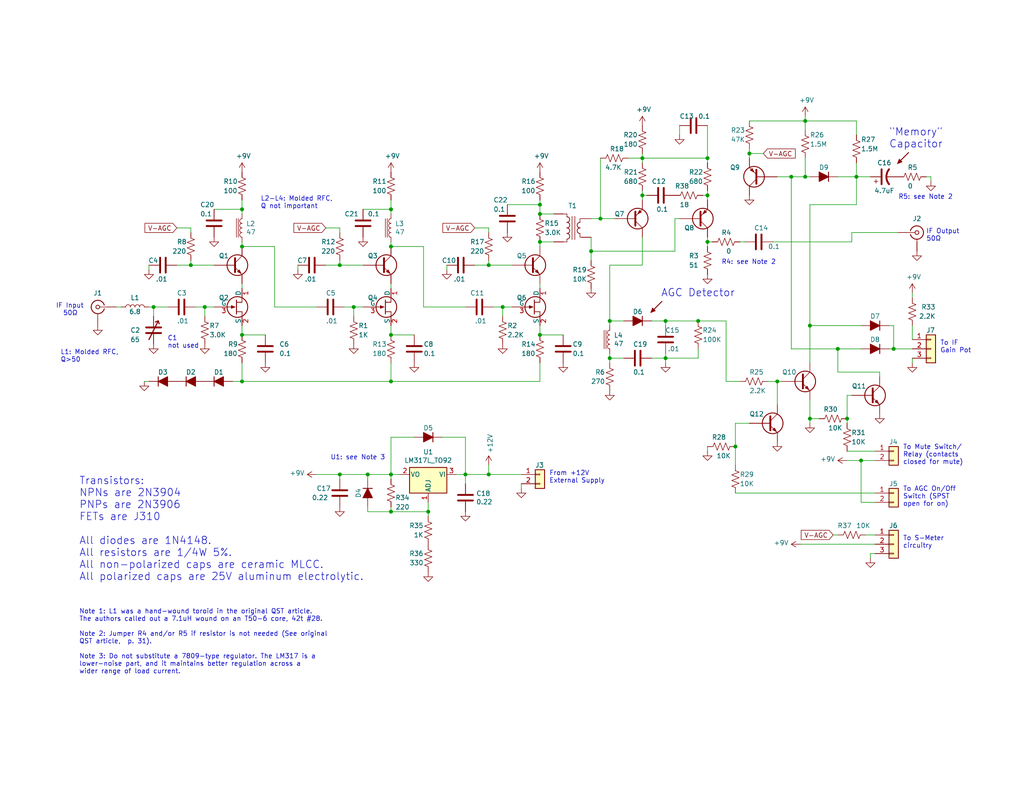
<source format=kicad_sch>
(kicad_sch (version 20211123) (generator eeschema)
  (paper "A")
  (title_block (title "W7ZOI Hybrid Cascode AGC IF Amplifier") (date "2021-08-15") (rev "A"))
  (junction (at 66.04 91.44))
  (junction (at 220.98 88.9))
  (junction (at 219.71 33.02))
  (junction (at 215.9 48.26))
  (junction (at 193.04 66.04))
  (junction (at 92.71 129.54))
  (junction (at 193.04 53.34))
  (junction (at 243.84 95.25))
  (junction (at 166.37 87.63))
  (junction (at 228.6 95.25))
  (junction (at 147.32 55.88))
  (junction (at 175.26 53.34))
  (junction (at 100.33 129.54))
  (junction (at 193.04 43.18))
  (junction (at 106.68 57.15))
  (junction (at 133.35 129.54))
  (junction (at 41.91 83.82))
  (junction (at 147.32 91.44))
  (junction (at 175.26 43.18))
  (junction (at 166.37 97.79))
  (junction (at 234.95 125.73))
  (junction (at 181.61 97.79))
  (junction (at 212.09 104.14))
  (junction (at 200.66 121.92))
  (junction (at 219.71 48.26))
  (junction (at 116.84 139.7))
  (junction (at 233.68 48.26))
  (junction (at 190.5 87.63))
  (junction (at 106.68 139.7))
  (junction (at 106.68 129.54))
  (junction (at 92.71 72.39))
  (junction (at 147.32 66.04))
  (junction (at 66.04 67.31))
  (junction (at 106.68 91.44))
  (junction (at 220.98 114.3))
  (junction (at 66.04 104.14))
  (junction (at 137.16 83.82))
  (junction (at 204.47 41.91))
  (junction (at 55.88 83.82))
  (junction (at 52.07 72.39))
  (junction (at 147.32 58.42))
  (junction (at 133.35 72.39))
  (junction (at 231.14 114.3))
  (junction (at 127 129.54))
  (junction (at 106.68 67.31))
  (junction (at 66.04 57.15))
  (junction (at 96.52 83.82))
  (junction (at 181.61 87.63))
  (junction (at 106.68 104.14))
  (junction (at 161.29 68.58))
  (junction (at 163.83 59.69))
  (wire (pts (xy 147.32 99.06) (xy 147.32 104.14)))
  (wire (pts (xy 234.95 137.16) (xy 234.95 125.73)))
  (wire (pts (xy 238.76 148.59) (xy 218.44 148.59)))
  (wire (pts (xy 238.76 123.19) (xy 231.14 123.19)))
  (wire (pts (xy 106.68 88.9) (xy 106.68 91.44)))
  (wire (pts (xy 163.83 59.69) (xy 161.29 59.69)))
  (wire (pts (xy 66.04 88.9) (xy 66.04 91.44)))
  (wire (pts (xy 74.93 83.82) (xy 86.36 83.82)))
  (wire (pts (xy 233.68 44.45) (xy 233.68 48.26)))
  (wire (pts (xy 238.76 146.05) (xy 236.22 146.05)))
  (wire (pts (xy 55.88 86.36) (xy 55.88 83.82)))
  (wire (pts (xy 92.71 63.5) (xy 92.71 62.23)))
  (wire (pts (xy 193.04 66.04) (xy 193.04 67.31)))
  (wire (pts (xy 99.06 72.39) (xy 92.71 72.39)))
  (wire (pts (xy 106.68 67.31) (xy 115.57 67.31)))
  (wire (pts (xy 139.7 72.39) (xy 133.35 72.39)))
  (wire (pts (xy 219.71 48.26) (xy 220.98 48.26)))
  (wire (pts (xy 215.9 48.26) (xy 219.71 48.26)))
  (wire (pts (xy 100.33 130.81) (xy 100.33 129.54)))
  (wire (pts (xy 203.2 66.04) (xy 201.93 66.04)))
  (wire (pts (xy 248.92 80.01) (xy 248.92 81.28)))
  (wire (pts (xy 243.84 95.25) (xy 248.92 95.25)))
  (wire (pts (xy 175.26 43.18) (xy 193.04 43.18)))
  (wire (pts (xy 167.64 59.69) (xy 163.83 59.69)))
  (wire (pts (xy 74.93 67.31) (xy 74.93 83.82)))
  (wire (pts (xy 193.04 121.92) (xy 193.04 123.19)))
  (wire (pts (xy 220.98 55.88) (xy 220.98 88.9)))
  (wire (pts (xy 40.64 72.39) (xy 40.64 73.66)))
  (wire (pts (xy 231.14 114.3) (xy 231.14 115.57)))
  (wire (pts (xy 184.15 59.69) (xy 184.15 68.58)))
  (wire (pts (xy 92.71 129.54) (xy 92.71 130.81)))
  (wire (pts (xy 134.62 83.82) (xy 137.16 83.82)))
  (wire (pts (xy 248.92 97.79) (xy 248.92 99.06)))
  (wire (pts (xy 219.71 33.02) (xy 219.71 31.75)))
  (wire (pts (xy 166.37 96.52) (xy 166.37 97.79)))
  (wire (pts (xy 170.18 87.63) (xy 166.37 87.63)))
  (wire (pts (xy 137.16 86.36) (xy 137.16 83.82)))
  (wire (pts (xy 106.68 77.47) (xy 106.68 78.74)))
  (wire (pts (xy 93.98 83.82) (xy 96.52 83.82)))
  (wire (pts (xy 185.42 59.69) (xy 184.15 59.69)))
  (wire (pts (xy 181.61 97.79) (xy 181.61 99.06)))
  (wire (pts (xy 194.31 66.04) (xy 193.04 66.04)))
  (wire (pts (xy 220.98 109.22) (xy 220.98 114.3)))
  (wire (pts (xy 228.6 48.26) (xy 233.68 48.26)))
  (wire (pts (xy 142.24 132.08) (xy 142.24 133.35)))
  (wire (pts (xy 127 129.54) (xy 133.35 129.54)))
  (wire (pts (xy 92.71 71.12) (xy 92.71 72.39)))
  (wire (pts (xy 151.13 66.04) (xy 147.32 66.04)))
  (wire (pts (xy 166.37 72.39) (xy 166.37 87.63)))
  (wire (pts (xy 210.82 66.04) (xy 232.41 66.04)))
  (wire (pts (xy 41.91 86.36) (xy 41.91 83.82)))
  (wire (pts (xy 220.98 55.88) (xy 233.68 55.88)))
  (wire (pts (xy 115.57 83.82) (xy 127 83.82)))
  (wire (pts (xy 147.32 55.88) (xy 147.32 58.42)))
  (wire (pts (xy 66.04 54.61) (xy 66.04 57.15)))
  (wire (pts (xy 124.46 129.54) (xy 127 129.54)))
  (wire (pts (xy 238.76 137.16) (xy 234.95 137.16)))
  (wire (pts (xy 219.71 35.56) (xy 219.71 33.02)))
  (wire (pts (xy 147.32 88.9) (xy 147.32 91.44)))
  (wire (pts (xy 127 129.54) (xy 127 132.08)))
  (wire (pts (xy 116.84 139.7) (xy 116.84 140.97)))
  (wire (pts (xy 147.32 66.04) (xy 147.32 67.31)))
  (wire (pts (xy 193.04 44.45) (xy 193.04 43.18)))
  (wire (pts (xy 66.04 77.47) (xy 66.04 78.74)))
  (wire (pts (xy 106.68 119.38) (xy 106.68 129.54)))
  (wire (pts (xy 248.92 88.9) (xy 248.92 92.71)))
  (wire (pts (xy 40.64 104.14) (xy 39.37 104.14)))
  (wire (pts (xy 96.52 86.36) (xy 96.52 83.82)))
  (wire (pts (xy 58.42 72.39) (xy 52.07 72.39)))
  (wire (pts (xy 92.71 129.54) (xy 86.36 129.54)))
  (wire (pts (xy 191.77 53.34) (xy 193.04 53.34)))
  (wire (pts (xy 161.29 64.77) (xy 161.29 68.58)))
  (wire (pts (xy 52.07 72.39) (xy 48.26 72.39)))
  (wire (pts (xy 106.68 104.14) (xy 66.04 104.14)))
  (wire (pts (xy 66.04 57.15) (xy 66.04 58.42)))
  (wire (pts (xy 96.52 83.82) (xy 99.06 83.82)))
  (wire (pts (xy 208.28 41.91) (xy 204.47 41.91)))
  (wire (pts (xy 193.04 52.07) (xy 193.04 53.34)))
  (wire (pts (xy 238.76 134.62) (xy 200.66 134.62)))
  (wire (pts (xy 252.73 48.26) (xy 254 48.26)))
  (wire (pts (xy 215.9 95.25) (xy 228.6 95.25)))
  (wire (pts (xy 106.68 130.81) (xy 106.68 129.54)))
  (wire (pts (xy 66.04 104.14) (xy 63.5 104.14)))
  (wire (pts (xy 190.5 87.63) (xy 198.12 87.63)))
  (wire (pts (xy 100.33 129.54) (xy 92.71 129.54)))
  (wire (pts (xy 181.61 88.9) (xy 181.61 87.63)))
  (wire (pts (xy 113.03 119.38) (xy 106.68 119.38)))
  (wire (pts (xy 171.45 43.18) (xy 175.26 43.18)))
  (wire (pts (xy 212.09 110.49) (xy 212.09 104.14)))
  (wire (pts (xy 233.68 48.26) (xy 233.68 55.88)))
  (wire (pts (xy 106.68 99.06) (xy 106.68 104.14)))
  (wire (pts (xy 52.07 71.12) (xy 52.07 72.39)))
  (wire (pts (xy 232.41 66.04) (xy 232.41 63.5)))
  (wire (pts (xy 147.32 104.14) (xy 106.68 104.14)))
  (wire (pts (xy 175.26 64.77) (xy 175.26 72.39)))
  (wire (pts (xy 166.37 97.79) (xy 166.37 99.06)))
  (wire (pts (xy 243.84 95.25) (xy 242.57 95.25)))
  (wire (pts (xy 106.68 57.15) (xy 106.68 58.42)))
  (wire (pts (xy 204.47 40.64) (xy 204.47 41.91)))
  (wire (pts (xy 92.71 72.39) (xy 88.9 72.39)))
  (wire (pts (xy 133.35 129.54) (xy 133.35 127)))
  (wire (pts (xy 52.07 63.5) (xy 52.07 62.23)))
  (wire (pts (xy 106.68 139.7) (xy 100.33 139.7)))
  (wire (pts (xy 220.98 114.3) (xy 220.98 115.57)))
  (wire (pts (xy 233.68 48.26) (xy 237.49 48.26)))
  (wire (pts (xy 147.32 54.61) (xy 147.32 55.88)))
  (wire (pts (xy 175.26 52.07) (xy 175.26 53.34)))
  (wire (pts (xy 238.76 125.73) (xy 234.95 125.73)))
  (wire (pts (xy 72.39 91.44) (xy 66.04 91.44)))
  (wire (pts (xy 176.53 53.34) (xy 175.26 53.34)))
  (wire (pts (xy 228.6 95.25) (xy 234.95 95.25)))
  (wire (pts (xy 175.26 53.34) (xy 175.26 54.61)))
  (wire (pts (xy 41.91 83.82) (xy 40.64 83.82)))
  (wire (pts (xy 190.5 97.79) (xy 181.61 97.79)))
  (wire (pts (xy 133.35 72.39) (xy 129.54 72.39)))
  (wire (pts (xy 109.22 129.54) (xy 106.68 129.54)))
  (wire (pts (xy 233.68 36.83) (xy 233.68 33.02)))
  (wire (pts (xy 133.35 63.5) (xy 133.35 62.23)))
  (wire (pts (xy 231.14 107.95) (xy 231.14 114.3)))
  (wire (pts (xy 33.02 83.82) (xy 31.75 83.82)))
  (wire (pts (xy 215.9 48.26) (xy 215.9 95.25)))
  (wire (pts (xy 163.83 43.18) (xy 163.83 59.69)))
  (wire (pts (xy 181.61 87.63) (xy 190.5 87.63)))
  (wire (pts (xy 237.49 151.13) (xy 237.49 152.4)))
  (wire (pts (xy 133.35 129.54) (xy 142.24 129.54)))
  (wire (pts (xy 58.42 57.15) (xy 66.04 57.15)))
  (wire (pts (xy 232.41 63.5) (xy 245.11 63.5)))
  (wire (pts (xy 52.07 62.23) (xy 48.26 62.23)))
  (wire (pts (xy 106.68 138.43) (xy 106.68 139.7)))
  (wire (pts (xy 138.43 55.88) (xy 147.32 55.88)))
  (wire (pts (xy 127 119.38) (xy 127 129.54)))
  (wire (pts (xy 133.35 62.23) (xy 129.54 62.23)))
  (wire (pts (xy 204.47 41.91) (xy 204.47 43.18)))
  (wire (pts (xy 153.67 91.44) (xy 147.32 91.44)))
  (wire (pts (xy 220.98 88.9) (xy 220.98 99.06)))
  (wire (pts (xy 116.84 139.7) (xy 106.68 139.7)))
  (wire (pts (xy 151.13 58.42) (xy 147.32 58.42)))
  (wire (pts (xy 175.26 41.91) (xy 175.26 43.18)))
  (wire (pts (xy 106.68 66.04) (xy 106.68 67.31)))
  (wire (pts (xy 99.06 57.15) (xy 106.68 57.15)))
  (wire (pts (xy 55.88 83.82) (xy 58.42 83.82)))
  (wire (pts (xy 243.84 95.25) (xy 243.84 88.9)))
  (wire (pts (xy 113.03 91.44) (xy 106.68 91.44)))
  (wire (pts (xy 200.66 121.92) (xy 200.66 127)))
  (wire (pts (xy 106.68 129.54) (xy 100.33 129.54)))
  (wire (pts (xy 147.32 77.47) (xy 147.32 78.74)))
  (wire (pts (xy 66.04 67.31) (xy 74.93 67.31)))
  (wire (pts (xy 219.71 33.02) (xy 204.47 33.02)))
  (wire (pts (xy 166.37 72.39) (xy 175.26 72.39)))
  (wire (pts (xy 66.04 66.04) (xy 66.04 67.31)))
  (wire (pts (xy 53.34 83.82) (xy 55.88 83.82)))
  (wire (pts (xy 204.47 115.57) (xy 200.66 115.57)))
  (wire (pts (xy 133.35 71.12) (xy 133.35 72.39)))
  (wire (pts (xy 219.71 43.18) (xy 219.71 48.26)))
  (wire (pts (xy 166.37 87.63) (xy 166.37 88.9)))
  (wire (pts (xy 234.95 125.73) (xy 231.14 125.73)))
  (wire (pts (xy 198.12 87.63) (xy 198.12 104.14)))
  (wire (pts (xy 161.29 68.58) (xy 161.29 71.12)))
  (wire (pts (xy 115.57 67.31) (xy 115.57 83.82)))
  (wire (pts (xy 238.76 151.13) (xy 237.49 151.13)))
  (wire (pts (xy 170.18 97.79) (xy 166.37 97.79)))
  (wire (pts (xy 198.12 104.14) (xy 201.93 104.14)))
  (wire (pts (xy 184.15 68.58) (xy 161.29 68.58)))
  (wire (pts (xy 116.84 137.16) (xy 116.84 139.7)))
  (wire (pts (xy 212.09 48.26) (xy 215.9 48.26)))
  (wire (pts (xy 190.5 95.25) (xy 190.5 97.79)))
  (wire (pts (xy 212.09 104.14) (xy 213.36 104.14)))
  (wire (pts (xy 232.41 107.95) (xy 231.14 107.95)))
  (wire (pts (xy 92.71 62.23) (xy 88.9 62.23)))
  (wire (pts (xy 185.42 34.29) (xy 185.42 36.83)))
  (wire (pts (xy 193.04 53.34) (xy 193.04 54.61)))
  (wire (pts (xy 223.52 114.3) (xy 220.98 114.3)))
  (wire (pts (xy 193.04 64.77) (xy 193.04 66.04)))
  (wire (pts (xy 193.04 43.18) (xy 193.04 34.29)))
  (wire (pts (xy 220.98 88.9) (xy 234.95 88.9)))
  (wire (pts (xy 45.72 83.82) (xy 41.91 83.82)))
  (wire (pts (xy 177.8 87.63) (xy 181.61 87.63)))
  (wire (pts (xy 240.03 102.87) (xy 240.03 101.6)))
  (wire (pts (xy 254 48.26) (xy 254 49.53)))
  (wire (pts (xy 66.04 104.14) (xy 66.04 99.06)))
  (wire (pts (xy 181.61 97.79) (xy 181.61 96.52)))
  (wire (pts (xy 177.8 97.79) (xy 181.61 97.79)))
  (wire (pts (xy 209.55 104.14) (xy 212.09 104.14)))
  (wire (pts (xy 243.84 88.9) (xy 242.57 88.9)))
  (wire (pts (xy 137.16 83.82) (xy 139.7 83.82)))
  (wire (pts (xy 228.6 146.05) (xy 227.33 146.05)))
  (wire (pts (xy 200.66 115.57) (xy 200.66 121.92)))
  (wire (pts (xy 106.68 54.61) (xy 106.68 57.15)))
  (wire (pts (xy 175.26 43.18) (xy 175.26 44.45)))
  (wire (pts (xy 81.28 72.39) (xy 81.28 73.66)))
  (wire (pts (xy 228.6 101.6) (xy 228.6 95.25)))
  (wire (pts (xy 121.92 72.39) (xy 121.92 73.66)))
  (wire (pts (xy 240.03 101.6) (xy 228.6 101.6)))
  (wire (pts (xy 100.33 139.7) (xy 100.33 138.43)))
  (wire (pts (xy 233.68 33.02) (xy 219.71 33.02)))
  (wire (pts (xy 120.65 119.38) (xy 127 119.38)))
  (text "U1: see Note 3" (at 90.17 125.73 0) (effects (font (size 1.27 1.27)) (justify left bottom)))
  (text "To Mute Switch/\nRelay (contacts\nclosed for mute)" (at 246.38 127 0) (effects (font (size 1.27 1.27)) (justify left bottom)))
  (text "R5: see Note 2" (at 245.11 54.61 0) (effects (font (size 1.27 1.27)) (justify left bottom)))
  (text "IF Output\n50Ω" (at 252.73 66.04 0) (effects (font (size 1.27 1.27)) (justify left bottom)))
  (text "IF Input\n  50Ω" (at 15.24 86.36 0) (effects (font (size 1.27 1.27)) (justify left bottom)))
  (text "Note 1: L1 was a hand-wound toroid in the original QST article.\nThe authors called out a 7.1uH wound on an T50-6 core, 42t #28.\n\nNote 2: Jumper R4 and/or R5 if resistor is not needed (See original\nQST article,  p. 31).\n\nNote 3: Do not substitute a 7809-type regulator. The LM317 is a\nlower-noise part, and it maintains better regulation across a\nwider range of load current." (at 21.59 184.15 0) (effects (font (size 1.27 1.27)) (justify left bottom)))
  (text "L2-L4: Molded RFC,\nQ not important" (at 71.12 57.15 0) (effects (font (size 1.27 1.27)) (justify left bottom)))
  (text "To AGC On/Off\nSwitch (SPST\nopen for on)" (at 246.38 138.43 0) (effects (font (size 1.27 1.27)) (justify left bottom)))
  (text "R4: see Note 2" (at 196.85 72.39 0) (effects (font (size 1.27 1.27)) (justify left bottom)))
  (text "C1\nnot used" (at 45.72 95.25 0) (effects (font (size 1.27 1.27)) (justify left bottom)))
  (text "\"Memory\"\nCapacitor" (at 242.57 40.64 0) (effects (font (size 2.032 2.032)) (justify left bottom)))
  (text "L1: Molded RFC,\nQ>50" (at 16.51 99.06 0) (effects (font (size 1.27 1.27)) (justify left bottom)))
  (text "Transistors: \nNPNs are 2N3904\nPNPs are 2N3906\nFETs are J310\n\nAll diodes are 1N4148.\nAll resistors are 1/4W 5%.\nAll non-polarized caps are ceramic MLCC.\nAll polarized caps are 25V aluminum electrolytic." (at 21.59 158.75 0) (effects (font (size 2.032 2.032)) (justify left bottom)))
  (text "To IF\nGain Pot" (at 256.54 96.52 0) (effects (font (size 1.27 1.27)) (justify left bottom)))
  (text "From +12V\nExternal Supply" (at 149.86 132.08 0) (effects (font (size 1.27 1.27)) (justify left bottom)))
  (text "To S-Meter\ncircuitry" (at 246.38 149.86 0) (effects (font (size 1.27 1.27)) (justify left bottom)))
  (text "AGC Detector" (at 180.34 81.28 0) (effects (font (size 2.032 2.032)) (justify left bottom)))
  (global_label "V-AGC" (shape input) (at 48.26 62.23 180) (property "Intersheet References" "${INTERSHEET_REFS}" (effects hide)))
  (global_label "V-AGC" (shape input) (at 208.28 41.91 0) (property "Intersheet References" "${INTERSHEET_REFS}" (effects hide)))
  (global_label "V-AGC" (shape input) (at 88.9 62.23 180) (property "Intersheet References" "${INTERSHEET_REFS}" (effects hide)))
  (global_label "V-AGC" (shape input) (at 129.54 62.23 180) (property "Intersheet References" "${INTERSHEET_REFS}" (effects hide)))
  (global_label "V-AGC" (shape input) (at 227.33 146.05 180) (property "Intersheet References" "${INTERSHEET_REFS}" (effects hide)))
  (symbol (lib_id "K7TFC_Connectors:Conn_01x03") (at 254 95.25 0) (unit 1)
    (property "Reference" "J7" (at 252.73 90.17 0) (effects (justify left)))
    (property "Value" "Conn_01x03" (effects hide))
    (property "Footprint" "Connector_PinHeader_2.54mm:PinHeader_1x03_P2.54mm_Vertical" (effects hide))
  )
  (symbol (lib_id "K7TFC_Transistors:2N3904") (at 63.5 72.39 0) (unit 1)
    (property "Reference" "Q1" (at 59.69 69.85 0) (effects (justify left)))
    (property "Value" "2N3904" (effects hide))
    (property "Footprint" "Package_TO_SOT_THT:TO-92_Inline" (effects hide))
    (property "Datasheet" "https://www.fairchildsemi.com/datasheets/2N/2N3904.pdf" (effects hide))
  )
  (symbol (lib_id "K7TFC_Transistors:J310") (at 63.5 83.82 0) (unit 1)
    (property "Reference" "Q2" (at 59.69 81.28 0) (effects (justify left)))
    (property "Value" "J310" (effects hide))
    (property "Footprint" "K7TFC_Transistors:SOT-23" (effects hide))
  )
  (symbol (lib_id "K7TFC_Passives:C_std") (at 44.45 72.39 90) (unit 1)
    (property "Reference" "C4" (at 43.18 71.12 90) (effects (justify left)))
    (property "Value" ".01" (at 45.72 76.2 90) (effects (justify left)))
    (property "Footprint" "K7TFC_Passives:Ceramic_Disk_Capacitor_P5.00mm" (effects hide))
  )
  (symbol (lib_id "power:GND") (at 40.64 73.66 0) (unit 1)
    (property "Reference" "#PWR0101" (effects hide))
    (property "Value" "GND" (effects hide))
  )
  (symbol (lib_id "K7TFC_Passives:R_US") (at 52.07 67.31 0) (unit 1)
    (property "Reference" "R8" (at 48.26 66.04 0) (effects (justify left)))
    (property "Value" "220" (at 46.99 68.58 0) (effects (justify left)))
    (property "Footprint" "K7TFC_Passives:Resistor_Quarter_Watt_P10.16mm_Horizontal" (effects hide))
  )
  (symbol (lib_id "K7TFC_Passives:R_US") (at 66.04 95.25 0) (unit 1)
    (property "Reference" "R9" (at 62.23 93.98 0) (effects (justify left)))
    (property "Value" "180" (at 60.96 96.52 0) (effects (justify left)))
    (property "Footprint" "K7TFC_Passives:Resistor_Quarter_Watt_P10.16mm_Horizontal" (effects hide))
  )
  (symbol (lib_id "K7TFC_Passives:C_std") (at 72.39 95.25 0) (unit 1)
    (property "Reference" "C6" (at 76.2 93.98 0) (effects (justify left)))
    (property "Value" "0.1" (at 76.2 96.52 0) (effects (justify left)))
    (property "Footprint" "K7TFC_Passives:Ceramic_Disk_Capacitor_P5.00mm" (effects hide))
  )
  (symbol (lib_id "K7TFC_Passives:L") (at 66.04 62.23 0) (mirror y) (unit 1)
    (property "Reference" "L2" (at 67.1576 61.0616 0) (effects (justify right)))
    (property "Value" "47" (at 67.1576 63.373 0) (effects (justify right)))
    (property "Footprint" "Inductor_THT:L_Axial_L7.0mm_D3.3mm_P10.16mm_Horizontal_Fastron_MICC" (effects hide))
  )
  (symbol (lib_id "K7TFC_Passives:C_std") (at 58.42 60.96 0) (unit 1)
    (property "Reference" "C20" (at 54.61 55.88 0) (effects (justify left)))
    (property "Value" "0.1" (at 54.61 58.42 0) (effects (justify left)))
    (property "Footprint" "K7TFC_Passives:Ceramic_Disk_Capacitor_P5.00mm" (effects hide))
  )
  (symbol (lib_id "K7TFC_Passives:R_US") (at 66.04 50.8 0) (unit 1)
    (property "Reference" "R10" (at 60.96 49.53 0) (effects (justify left)))
    (property "Value" "100" (at 60.96 52.07 0) (effects (justify left)))
    (property "Footprint" "K7TFC_Passives:Resistor_Quarter_Watt_P10.16mm_Horizontal" (effects hide))
  )
  (symbol (lib_id "power:+9V") (at 66.04 46.99 0) (unit 1)
    (property "Reference" "#PWR0102" (effects hide))
    (property "Value" "+9V" (at 66.421 42.5958 0))
  )
  (symbol (lib_id "power:GND") (at 72.39 99.06 0) (unit 1)
    (property "Reference" "#PWR0103" (effects hide))
    (property "Value" "GND" (effects hide))
  )
  (symbol (lib_id "K7TFC_Passives:R_US") (at 55.88 90.17 0) (unit 1)
    (property "Reference" "R7" (at 57.15 88.9 0) (effects (justify left)))
    (property "Value" "3.0K" (at 57.15 91.44 0) (effects (justify left)))
    (property "Footprint" "K7TFC_Passives:Resistor_Quarter_Watt_P10.16mm_Horizontal" (effects hide))
  )
  (symbol (lib_id "power:GND") (at 55.88 93.98 0) (unit 1)
    (property "Reference" "#PWR0104" (effects hide))
    (property "Value" "GND" (effects hide))
  )
  (symbol (lib_id "K7TFC_Passives:C_std") (at 49.53 83.82 270) (unit 1)
    (property "Reference" "C3" (at 48.26 80.01 90) (effects (justify left)))
    (property "Value" ".01" (at 48.26 87.63 90) (effects (justify left)))
    (property "Footprint" "K7TFC_Passives:Ceramic_Disk_Capacitor_P5.00mm" (effects hide))
  )
  (symbol (lib_id "K7TFC_Transistors:2N3904") (at 104.14 72.39 0) (unit 1)
    (property "Reference" "Q3" (at 100.33 69.85 0) (effects (justify left)))
    (property "Value" "2N3904" (effects hide))
    (property "Footprint" "Package_TO_SOT_THT:TO-92_Inline" (effects hide))
    (property "Datasheet" "https://www.fairchildsemi.com/datasheets/2N/2N3904.pdf" (effects hide))
  )
  (symbol (lib_id "K7TFC_Transistors:J310") (at 104.14 83.82 0) (unit 1)
    (property "Reference" "Q4" (at 100.33 81.28 0) (effects (justify left)))
    (property "Value" "J310" (effects hide))
    (property "Footprint" "K7TFC_Transistors:SOT-23" (effects hide))
  )
  (symbol (lib_id "K7TFC_Passives:C_std") (at 85.09 72.39 90) (unit 1)
    (property "Reference" "C7" (at 83.82 71.12 90) (effects (justify left)))
    (property "Value" ".01" (at 86.36 76.2 90) (effects (justify left)))
    (property "Footprint" "K7TFC_Passives:Ceramic_Disk_Capacitor_P5.00mm" (effects hide))
  )
  (symbol (lib_id "power:GND") (at 81.28 73.66 0) (unit 1)
    (property "Reference" "#PWR0105" (effects hide))
    (property "Value" "GND" (effects hide))
  )
  (symbol (lib_id "K7TFC_Passives:R_US") (at 92.71 67.31 0) (unit 1)
    (property "Reference" "R12" (at 87.63 66.04 0) (effects (justify left)))
    (property "Value" "220" (at 87.63 68.58 0) (effects (justify left)))
    (property "Footprint" "K7TFC_Passives:Resistor_Quarter_Watt_P10.16mm_Horizontal" (effects hide))
  )
  (symbol (lib_id "K7TFC_Passives:R_US") (at 106.68 95.25 0) (unit 1)
    (property "Reference" "R13" (at 101.6 93.98 0) (effects (justify left)))
    (property "Value" "180" (at 101.6 96.52 0) (effects (justify left)))
    (property "Footprint" "K7TFC_Passives:Resistor_Quarter_Watt_P10.16mm_Horizontal" (effects hide))
  )
  (symbol (lib_id "K7TFC_Passives:C_std") (at 113.03 95.25 0) (unit 1)
    (property "Reference" "C8" (at 115.57 93.98 0) (effects (justify left)))
    (property "Value" "0.1" (at 115.57 96.52 0) (effects (justify left)))
    (property "Footprint" "K7TFC_Passives:Ceramic_Disk_Capacitor_P5.00mm" (effects hide))
  )
  (symbol (lib_id "K7TFC_Passives:L") (at 106.68 62.23 0) (mirror y) (unit 1)
    (property "Reference" "L3" (at 107.7976 61.0616 0) (effects (justify right)))
    (property "Value" "47" (at 107.7976 63.373 0) (effects (justify right)))
    (property "Footprint" "Inductor_THT:L_Axial_L7.0mm_D3.3mm_P10.16mm_Horizontal_Fastron_MICC" (effects hide))
  )
  (symbol (lib_id "K7TFC_Passives:C_std") (at 99.06 60.96 0) (unit 1)
    (property "Reference" "C21" (at 93.98 58.42 0) (effects (justify left)))
    (property "Value" "0.1" (at 100.33 58.42 0) (effects (justify left)))
    (property "Footprint" "K7TFC_Passives:Ceramic_Disk_Capacitor_P5.00mm" (effects hide))
  )
  (symbol (lib_id "K7TFC_Passives:R_US") (at 106.68 50.8 0) (unit 1)
    (property "Reference" "R11" (at 101.6 49.53 0) (effects (justify left)))
    (property "Value" "100" (at 101.6 52.07 0) (effects (justify left)))
    (property "Footprint" "K7TFC_Passives:Resistor_Quarter_Watt_P10.16mm_Horizontal" (effects hide))
  )
  (symbol (lib_id "power:+9V") (at 106.68 46.99 0) (unit 1)
    (property "Reference" "#PWR0106" (effects hide))
    (property "Value" "+9V" (at 107.061 42.5958 0))
  )
  (symbol (lib_id "power:GND") (at 113.03 99.06 0) (unit 1)
    (property "Reference" "#PWR0107" (effects hide))
    (property "Value" "GND" (effects hide))
  )
  (symbol (lib_id "K7TFC_Passives:R_US") (at 96.52 90.17 0) (unit 1)
    (property "Reference" "R1" (at 97.79 88.9 0) (effects (justify left)))
    (property "Value" "1K" (at 97.79 91.44 0) (effects (justify left)))
    (property "Footprint" "K7TFC_Passives:Resistor_Quarter_Watt_P10.16mm_Horizontal" (effects hide))
  )
  (symbol (lib_id "power:GND") (at 96.52 93.98 0) (unit 1)
    (property "Reference" "#PWR0108" (effects hide))
    (property "Value" "GND" (effects hide))
  )
  (symbol (lib_id "K7TFC_Passives:C_std") (at 90.17 83.82 270) (unit 1)
    (property "Reference" "C5" (at 88.9 80.01 90) (effects (justify left)))
    (property "Value" ".01" (at 88.9 87.63 90) (effects (justify left)))
    (property "Footprint" "K7TFC_Passives:Ceramic_Disk_Capacitor_P5.00mm" (effects hide))
  )
  (symbol (lib_id "K7TFC_Transistors:2N3904") (at 144.78 72.39 0) (unit 1)
    (property "Reference" "Q5" (at 140.97 69.85 0) (effects (justify left)))
    (property "Value" "2N3904" (effects hide))
    (property "Footprint" "Package_TO_SOT_THT:TO-92_Inline" (effects hide))
    (property "Datasheet" "https://www.fairchildsemi.com/datasheets/2N/2N3904.pdf" (effects hide))
  )
  (symbol (lib_id "K7TFC_Transistors:J310") (at 144.78 83.82 0) (unit 1)
    (property "Reference" "Q6" (at 140.97 81.28 0) (effects (justify left)))
    (property "Value" "J310" (effects hide))
    (property "Footprint" "K7TFC_Transistors:SOT-23" (effects hide))
  )
  (symbol (lib_id "K7TFC_Passives:C_std") (at 125.73 72.39 90) (unit 1)
    (property "Reference" "C10" (at 124.46 71.12 90) (effects (justify left)))
    (property "Value" ".01" (at 127 76.2 90) (effects (justify left)))
    (property "Footprint" "K7TFC_Passives:Ceramic_Disk_Capacitor_P5.00mm" (effects hide))
  )
  (symbol (lib_id "power:GND") (at 121.92 73.66 0) (unit 1)
    (property "Reference" "#PWR0109" (effects hide))
    (property "Value" "GND" (effects hide))
  )
  (symbol (lib_id "K7TFC_Passives:R_US") (at 133.35 67.31 0) (unit 1)
    (property "Reference" "R17" (at 128.27 66.04 0) (effects (justify left)))
    (property "Value" "220" (at 128.27 68.58 0) (effects (justify left)))
    (property "Footprint" "K7TFC_Passives:Resistor_Quarter_Watt_P10.16mm_Horizontal" (effects hide))
  )
  (symbol (lib_id "K7TFC_Passives:R_US") (at 147.32 95.25 0) (unit 1)
    (property "Reference" "R14" (at 142.24 93.98 0) (effects (justify left)))
    (property "Value" "180" (at 142.24 96.52 0) (effects (justify left)))
    (property "Footprint" "K7TFC_Passives:Resistor_Quarter_Watt_P10.16mm_Horizontal" (effects hide))
  )
  (symbol (lib_id "K7TFC_Passives:C_std") (at 153.67 95.25 0) (unit 1)
    (property "Reference" "C9" (at 156.21 93.98 0) (effects (justify left)))
    (property "Value" "0.1" (at 156.21 96.52 0) (effects (justify left)))
    (property "Footprint" "K7TFC_Passives:Ceramic_Disk_Capacitor_P5.00mm" (effects hide))
  )
  (symbol (lib_id "K7TFC_Passives:C_std") (at 138.43 59.69 0) (unit 1)
    (property "Reference" "C22" (at 134.62 54.61 0) (effects (justify left)))
    (property "Value" "0.1" (at 134.62 57.15 0) (effects (justify left)))
    (property "Footprint" "K7TFC_Passives:Ceramic_Disk_Capacitor_P5.00mm" (effects hide))
  )
  (symbol (lib_id "K7TFC_Passives:R_US") (at 147.32 50.8 0) (unit 1)
    (property "Reference" "R16" (at 142.24 49.53 0) (effects (justify left)))
    (property "Value" "100" (at 142.24 52.07 0) (effects (justify left)))
    (property "Footprint" "K7TFC_Passives:Resistor_Quarter_Watt_P10.16mm_Horizontal" (effects hide))
  )
  (symbol (lib_id "power:+9V") (at 147.32 46.99 0) (unit 1)
    (property "Reference" "#PWR0110" (effects hide))
    (property "Value" "+9V" (at 147.701 42.5958 0))
  )
  (symbol (lib_id "power:GND") (at 153.67 99.06 0) (unit 1)
    (property "Reference" "#PWR0111" (effects hide))
    (property "Value" "GND" (effects hide))
  )
  (symbol (lib_id "K7TFC_Passives:R_US") (at 137.16 90.17 0) (unit 1)
    (property "Reference" "R2" (at 138.43 88.9 0) (effects (justify left)))
    (property "Value" "2.2K" (at 138.43 91.44 0) (effects (justify left)))
    (property "Footprint" "K7TFC_Passives:Resistor_Quarter_Watt_P10.16mm_Horizontal" (effects hide))
  )
  (symbol (lib_id "power:GND") (at 137.16 93.98 0) (unit 1)
    (property "Reference" "#PWR0112" (effects hide))
    (property "Value" "GND" (effects hide))
  )
  (symbol (lib_id "K7TFC_Passives:C_std") (at 130.81 83.82 270) (unit 1)
    (property "Reference" "C11" (at 128.27 80.01 90) (effects (justify left)))
    (property "Value" ".01" (at 129.54 87.63 90) (effects (justify left)))
    (property "Footprint" "K7TFC_Passives:Ceramic_Disk_Capacitor_P5.00mm" (effects hide))
  )
  (symbol (lib_id "K7TFC_Transformers:Transformer_RF_Small_Secondary") (at 156.21 62.23 0) (unit 1)
    (property "Reference" "T1" (at 156.21 56.1594 0))
    (property "Value" "Transformer_RF_Small_Secondary" (effects hide))
    (property "Footprint" "K7TFC_Toroids:Toroid_Transformer_SM_Link_Secondary" (effects hide))
  )
  (symbol (lib_id "power:GND") (at 58.42 64.77 0) (unit 1)
    (property "Reference" "#PWR0113" (effects hide))
    (property "Value" "GND" (effects hide))
  )
  (symbol (lib_id "power:GND") (at 99.06 64.77 0) (unit 1)
    (property "Reference" "#PWR0114" (effects hide))
    (property "Value" "GND" (effects hide))
  )
  (symbol (lib_id "power:GND") (at 138.43 63.5 0) (unit 1)
    (property "Reference" "#PWR0115" (effects hide))
    (property "Value" "GND" (effects hide))
  )
  (symbol (lib_id "K7TFC_Passives:R_US") (at 147.32 62.23 0) (unit 1)
    (property "Reference" "R15" (at 148.59 60.96 0) (effects (justify left)))
    (property "Value" "3.0K" (at 148.59 63.5 0) (effects (justify left)))
    (property "Footprint" "K7TFC_Passives:Resistor_Quarter_Watt_P10.16mm_Horizontal" (effects hide))
  )
  (symbol (lib_id "Device:L") (at 36.83 83.82 90) (unit 1)
    (property "Reference" "L1" (at 36.83 81.28 90))
    (property "Value" "6.8" (at 36.83 85.09 90))
    (property "Footprint" "Inductor_THT:L_Axial_L7.0mm_D3.3mm_P10.16mm_Horizontal_Fastron_MICC" (effects hide))
  )
  (symbol (lib_id "K7TFC_Connectors:Phono_Jack_RCA") (at 26.67 83.82 0) (mirror y) (unit 1)
    (property "Reference" "J1" (at 26.67 80.01 0))
    (property "Value" "SMA_Jack" (effects hide))
    (property "Footprint" "K7TFC:SMA_EdgeMount_0.062_Samtec" (effects hide))
    (property "Datasheet" " ~" (effects hide))
  )
  (symbol (lib_id "power:GND") (at 26.67 88.9 0) (unit 1)
    (property "Reference" "#PWR0116" (effects hide))
    (property "Value" "GND" (effects hide))
  )
  (symbol (lib_id "K7TFC_Passives:C_Variable") (at 41.91 90.17 0) (unit 1)
    (property "Reference" "C2" (at 35.56 90.17 0) (effects (justify left)))
    (property "Value" "65" (at 35.56 92.71 0) (effects (justify left)))
    (property "Footprint" "K7TFC_Passives:Capacitor_Trimmer_Ceramic_GKGxx015_Series" (effects hide))
  )
  (symbol (lib_id "power:GND") (at 41.91 93.98 0) (unit 1)
    (property "Reference" "#PWR0117" (effects hide))
    (property "Value" "GND" (effects hide))
  )
  (symbol (lib_id "K7TFC_Diodes:D") (at 59.69 104.14 0) (mirror x) (unit 1)
    (property "Reference" "D1" (at 59.69 101.6 0))
    (property "Value" "D" (effects hide))
    (property "Footprint" "Diode_THT:D_DO-35_SOD27_P10.16mm_Horizontal" (effects hide))
  )
  (symbol (lib_id "K7TFC_Diodes:D") (at 52.07 104.14 0) (mirror x) (unit 1)
    (property "Reference" "D2" (at 52.07 101.6 0))
    (property "Value" "D" (effects hide))
    (property "Footprint" "Diode_THT:D_DO-35_SOD27_P10.16mm_Horizontal" (effects hide))
  )
  (symbol (lib_id "K7TFC_Diodes:D") (at 44.45 104.14 0) (mirror x) (unit 1)
    (property "Reference" "D3" (at 44.45 101.6 0))
    (property "Value" "D" (effects hide))
    (property "Footprint" "Diode_THT:D_DO-35_SOD27_P10.16mm_Horizontal" (effects hide))
  )
  (symbol (lib_id "power:GND") (at 39.37 104.14 0) (mirror y) (unit 1)
    (property "Reference" "#PWR0118" (effects hide))
    (property "Value" "GND" (effects hide))
  )
  (symbol (lib_id "K7TFC_Transistors:2N3906") (at 172.72 59.69 0) (mirror x) (unit 1)
    (property "Reference" "Q7" (at 167.64 58.42 0) (effects (justify left)))
    (property "Value" "2N3906" (effects hide))
    (property "Footprint" "Package_TO_SOT_THT:TO-92_Inline" (effects hide))
    (property "Datasheet" "https://www.fairchildsemi.com/datasheets/2N/2N3906.pdf" (effects hide))
  )
  (symbol (lib_id "K7TFC_Transistors:2N3906") (at 190.5 59.69 0) (mirror x) (unit 1)
    (property "Reference" "Q8" (at 186.69 62.23 0) (effects (justify left)))
    (property "Value" "2N3906" (effects hide))
    (property "Footprint" "Package_TO_SOT_THT:TO-92_Inline" (effects hide))
    (property "Datasheet" "https://www.fairchildsemi.com/datasheets/2N/2N3906.pdf" (effects hide))
  )
  (symbol (lib_id "K7TFC_Transistors:2N3906") (at 207.01 48.26 180) (unit 1)
    (property "Reference" "Q9" (at 201.93 45.72 0) (effects (justify left)))
    (property "Value" "2N3906" (effects hide))
    (property "Footprint" "Package_TO_SOT_THT:TO-92_Inline" (effects hide))
    (property "Datasheet" "https://www.fairchildsemi.com/datasheets/2N/2N3906.pdf" (effects hide))
  )
  (symbol (lib_id "K7TFC_Passives:R_US") (at 175.26 48.26 0) (unit 1)
    (property "Reference" "R21" (at 170.18 46.99 0) (effects (justify left)))
    (property "Value" "680" (at 170.18 49.53 0) (effects (justify left)))
    (property "Footprint" "K7TFC_Passives:Resistor_Quarter_Watt_P10.16mm_Horizontal" (effects hide))
  )
  (symbol (lib_id "K7TFC_Passives:R_US") (at 167.64 43.18 270) (unit 1)
    (property "Reference" "R18" (at 166.37 40.64 90) (effects (justify left)))
    (property "Value" "4.7K" (at 165.1 45.72 90) (effects (justify left)))
    (property "Footprint" "K7TFC_Passives:Resistor_Quarter_Watt_P10.16mm_Horizontal" (effects hide))
  )
  (symbol (lib_id "K7TFC_Passives:R_US") (at 175.26 38.1 180) (unit 1)
    (property "Reference" "R20" (at 173.99 36.83 0) (effects (justify left)))
    (property "Value" "180" (at 173.99 39.37 0) (effects (justify left)))
    (property "Footprint" "K7TFC_Passives:Resistor_Quarter_Watt_P10.16mm_Horizontal" (effects hide))
  )
  (symbol (lib_id "power:+9V") (at 175.26 34.29 0) (unit 1)
    (property "Reference" "#PWR0119" (effects hide))
    (property "Value" "+9V" (at 175.641 29.8958 0))
  )
  (symbol (lib_id "K7TFC_Passives:R_US") (at 193.04 48.26 0) (unit 1)
    (property "Reference" "R22" (at 187.96 46.99 0) (effects (justify left)))
    (property "Value" "680" (at 187.96 49.53 0) (effects (justify left)))
    (property "Footprint" "K7TFC_Passives:Resistor_Quarter_Watt_P10.16mm_Horizontal" (effects hide))
  )
  (symbol (lib_id "K7TFC_Passives:R_US") (at 187.96 53.34 270) (unit 1)
    (property "Reference" "R38" (at 184.15 50.8 90) (effects (justify left)))
    (property "Value" "18" (at 185.42 55.88 90) (effects (justify left)))
    (property "Footprint" "K7TFC_Passives:Resistor_Quarter_Watt_P10.16mm_Horizontal" (effects hide))
  )
  (symbol (lib_id "K7TFC_Passives:C_std") (at 189.23 34.29 270) (unit 1)
    (property "Reference" "C13" (at 185.42 31.75 90) (effects (justify left)))
    (property "Value" "0.1" (at 190.5 31.75 90) (effects (justify left)))
    (property "Footprint" "K7TFC_Passives:Ceramic_Disk_Capacitor_P5.00mm" (effects hide))
  )
  (symbol (lib_id "power:GND") (at 185.42 36.83 0) (unit 1)
    (property "Reference" "#PWR0120" (effects hide))
    (property "Value" "GND" (effects hide))
  )
  (symbol (lib_id "K7TFC_Passives:L") (at 166.37 92.71 0) (mirror y) (unit 1)
    (property "Reference" "L4" (at 167.4876 91.5416 0) (effects (justify right)))
    (property "Value" "47" (at 167.4876 93.853 0) (effects (justify right)))
    (property "Footprint" "Inductor_THT:L_Axial_L7.0mm_D3.3mm_P10.16mm_Horizontal_Fastron_MICC" (effects hide))
  )
  (symbol (lib_id "K7TFC_Passives:R_US") (at 166.37 102.87 180) (unit 1)
    (property "Reference" "R6" (at 165.1 101.6 0) (effects (justify left)))
    (property "Value" "270" (at 165.1 104.14 0) (effects (justify left)))
    (property "Footprint" "K7TFC_Passives:Resistor_Quarter_Watt_P10.16mm_Horizontal" (effects hide))
  )
  (symbol (lib_id "K7TFC_Passives:C_std") (at 173.99 97.79 270) (unit 1)
    (property "Reference" "C19" (at 172.72 93.98 90) (effects (justify left)))
    (property "Value" "0.1" (at 172.72 101.6 90) (effects (justify left)))
    (property "Footprint" "K7TFC_Passives:Ceramic_Disk_Capacitor_P5.00mm" (effects hide))
  )
  (symbol (lib_id "power:GND") (at 181.61 99.06 0) (unit 1)
    (property "Reference" "#PWR0121" (effects hide))
    (property "Value" "GND" (effects hide))
  )
  (symbol (lib_id "power:GND") (at 166.37 106.68 0) (unit 1)
    (property "Reference" "#PWR0122" (effects hide))
    (property "Value" "GND" (effects hide))
  )
  (symbol (lib_id "K7TFC_Passives:R_US") (at 161.29 74.93 0) (unit 1)
    (property "Reference" "R19" (at 156.21 73.66 0) (effects (justify left)))
    (property "Value" "10K" (at 156.21 76.2 0) (effects (justify left)))
    (property "Footprint" "K7TFC_Passives:Resistor_Quarter_Watt_P10.16mm_Horizontal" (effects hide))
  )
  (symbol (lib_id "power:GND") (at 161.29 78.74 0) (unit 1)
    (property "Reference" "#PWR0123" (effects hide))
    (property "Value" "GND" (effects hide))
  )
  (symbol (lib_id "K7TFC_Passives:R_US") (at 193.04 71.12 0) (unit 1)
    (property "Reference" "R3" (at 187.96 69.85 0) (effects (justify left)))
    (property "Value" "51" (at 187.96 72.39 0) (effects (justify left)))
    (property "Footprint" "K7TFC_Passives:Resistor_Quarter_Watt_P10.16mm_Horizontal" (effects hide))
  )
  (symbol (lib_id "power:GND") (at 193.04 74.93 0) (unit 1)
    (property "Reference" "#PWR0124" (effects hide))
    (property "Value" "GND" (effects hide))
  )
  (symbol (lib_id "K7TFC_Passives:R_US") (at 198.12 66.04 270) (unit 1)
    (property "Reference" "R4" (at 196.85 63.5 90) (effects (justify left)))
    (property "Value" "0" (at 198.12 68.58 90) (effects (justify left)))
    (property "Footprint" "K7TFC_Passives:Resistor_Quarter_Watt_P10.16mm_Horizontal" (effects hide))
  )
  (symbol (lib_id "K7TFC_Passives:C_std") (at 207.01 66.04 270) (unit 1)
    (property "Reference" "C14" (at 205.74 62.23 90) (effects (justify left)))
    (property "Value" "0.1" (at 209.55 67.31 90) (effects (justify left)))
    (property "Footprint" "K7TFC_Passives:Ceramic_Disk_Capacitor_P5.00mm" (effects hide))
  )
  (symbol (lib_id "K7TFC_Connectors:Phono_Jack_RCA") (at 250.19 63.5 0) (unit 1)
    (property "Reference" "J2" (at 250.19 59.69 0))
    (property "Value" "SMA_Jack" (effects hide))
    (property "Footprint" "K7TFC:SMA_EdgeMount_0.062_Samtec" (effects hide))
    (property "Datasheet" " ~" (effects hide))
  )
  (symbol (lib_id "power:GND") (at 250.19 68.58 0) (unit 1)
    (property "Reference" "#PWR0125" (effects hide))
    (property "Value" "GND" (effects hide))
  )
  (symbol (lib_id "K7TFC_Diodes:D") (at 173.99 87.63 0) (mirror y) (unit 1)
    (property "Reference" "D6" (at 173.99 85.09 0))
    (property "Value" "D" (effects hide))
    (property "Footprint" "Diode_THT:D_DO-35_SOD27_P10.16mm_Horizontal" (effects hide))
  )
  (symbol (lib_id "K7TFC_Passives:C_std") (at 181.61 92.71 180) (unit 1)
    (property "Reference" "C15" (at 185.42 90.17 0) (effects (justify left)))
    (property "Value" ".01" (at 185.42 95.25 0) (effects (justify left)))
    (property "Footprint" "K7TFC_Passives:Ceramic_Disk_Capacitor_P5.00mm" (effects hide))
  )
  (symbol (lib_id "K7TFC_Passives:R_US") (at 190.5 91.44 180) (unit 1)
    (property "Reference" "R24" (at 195.58 90.17 0) (effects (justify left)))
    (property "Value" "100K" (at 196.85 92.71 0) (effects (justify left)))
    (property "Footprint" "K7TFC_Passives:Resistor_Quarter_Watt_P10.16mm_Horizontal" (effects hide))
  )
  (symbol (lib_id "K7TFC_Passives:R_US") (at 205.74 104.14 270) (unit 1)
    (property "Reference" "R25" (at 204.47 101.6 90) (effects (justify left)))
    (property "Value" "2.2K" (at 204.47 106.68 90) (effects (justify left)))
    (property "Footprint" "K7TFC_Passives:Resistor_Quarter_Watt_P10.16mm_Horizontal" (effects hide))
  )
  (symbol (lib_id "K7TFC_Transistors:2N3904") (at 218.44 104.14 0) (unit 1)
    (property "Reference" "Q10" (at 213.36 101.6 0) (effects (justify left)))
    (property "Value" "2N3904" (effects hide))
    (property "Footprint" "Package_TO_SOT_THT:TO-92_Inline" (effects hide))
    (property "Datasheet" "https://www.fairchildsemi.com/datasheets/2N/2N3904.pdf" (effects hide))
  )
  (symbol (lib_id "K7TFC_Transistors:2N3904") (at 209.55 115.57 0) (unit 1)
    (property "Reference" "Q12" (at 204.47 113.03 0) (effects (justify left)))
    (property "Value" "2N3904" (effects hide))
    (property "Footprint" "Package_TO_SOT_THT:TO-92_Inline" (effects hide))
    (property "Datasheet" "https://www.fairchildsemi.com/datasheets/2N/2N3904.pdf" (effects hide))
  )
  (symbol (lib_id "power:GND") (at 212.09 120.65 0) (unit 1)
    (property "Reference" "#PWR0126" (effects hide))
    (property "Value" "GND" (effects hide))
  )
  (symbol (lib_id "K7TFC_Passives:R_US") (at 200.66 130.81 180) (unit 1)
    (property "Reference" "R29" (at 205.74 129.54 0) (effects (justify left)))
    (property "Value" "10K" (at 205.74 132.08 0) (effects (justify left)))
    (property "Footprint" "K7TFC_Passives:Resistor_Quarter_Watt_P10.16mm_Horizontal" (effects hide))
  )
  (symbol (lib_id "K7TFC_Passives:R_US") (at 196.85 121.92 90) (unit 1)
    (property "Reference" "R28" (at 198.12 119.38 90) (effects (justify left)))
    (property "Value" "10K" (at 199.39 124.46 90) (effects (justify left)))
    (property "Footprint" "K7TFC_Passives:Resistor_Quarter_Watt_P10.16mm_Horizontal" (effects hide))
  )
  (symbol (lib_id "power:GND") (at 193.04 123.19 0) (unit 1)
    (property "Reference" "#PWR0127" (effects hide))
    (property "Value" "GND" (effects hide))
  )
  (symbol (lib_id "Connector_Generic:Conn_01x02") (at 243.84 134.62 0) (unit 1)
    (property "Reference" "J5" (at 242.57 132.08 0) (effects (justify left)))
    (property "Value" "Conn_01x02" (effects hide))
    (property "Footprint" "Connector_PinHeader_2.54mm:PinHeader_1x02_P2.54mm_Vertical" (effects hide))
  )
  (symbol (lib_id "power:GND") (at 220.98 115.57 0) (unit 1)
    (property "Reference" "#PWR0128" (effects hide))
    (property "Value" "GND" (effects hide))
  )
  (symbol (lib_id "power:GND") (at 204.47 53.34 0) (unit 1)
    (property "Reference" "#PWR0129" (effects hide))
    (property "Value" "GND" (effects hide))
  )
  (symbol (lib_id "K7TFC_Passives:R_US") (at 204.47 36.83 0) (unit 1)
    (property "Reference" "R23" (at 199.39 35.56 0) (effects (justify left)))
    (property "Value" "47K" (at 199.39 38.1 0) (effects (justify left)))
    (property "Footprint" "K7TFC_Passives:Resistor_Quarter_Watt_P10.16mm_Horizontal" (effects hide))
  )
  (symbol (lib_id "power:+9V") (at 219.71 31.75 0) (unit 1)
    (property "Reference" "#PWR0130" (effects hide))
    (property "Value" "+9V" (at 220.091 27.3558 0))
  )
  (symbol (lib_id "K7TFC_Passives:R_US") (at 219.71 39.37 0) (unit 1)
    (property "Reference" "R26" (at 220.98 36.83 0) (effects (justify left)))
    (property "Value" "1.5M" (at 220.98 39.37 0) (effects (justify left)))
    (property "Footprint" "K7TFC_Passives:Resistor_Quarter_Watt_P10.16mm_Horizontal" (effects hide))
  )
  (symbol (lib_id "K7TFC_Diodes:D") (at 224.79 48.26 0) (mirror y) (unit 1)
    (property "Reference" "D9" (at 224.79 45.72 0))
    (property "Value" "D" (effects hide))
    (property "Footprint" "Diode_THT:D_DO-35_SOD27_P10.16mm_Horizontal" (effects hide))
  )
  (symbol (lib_id "K7TFC_Passives:CP1") (at 241.3 48.26 90) (unit 1)
    (property "Reference" "C16" (at 241.3 44.45 90))
    (property "Value" "4.7uF" (at 241.3 52.07 90))
    (property "Footprint" "Capacitor_THT:CP_Radial_D5.0mm_P2.00mm" (effects hide))
  )
  (symbol (lib_id "K7TFC_Passives:R_US") (at 248.92 48.26 270) (unit 1)
    (property "Reference" "R5" (at 247.65 45.72 90) (effects (justify left)))
    (property "Value" "0" (at 247.65 50.8 90) (effects (justify left)))
    (property "Footprint" "K7TFC_Passives:Resistor_Quarter_Watt_P10.16mm_Horizontal" (effects hide))
  )
  (symbol (lib_id "power:GND") (at 254 49.53 0) (unit 1)
    (property "Reference" "#PWR0131" (effects hide))
    (property "Value" "GND" (effects hide))
  )
  (symbol (lib_id "K7TFC_Passives:R_US") (at 233.68 40.64 0) (unit 1)
    (property "Reference" "R27" (at 234.95 38.1 0) (effects (justify left)))
    (property "Value" "1.5M" (at 234.95 40.64 0) (effects (justify left)))
    (property "Footprint" "K7TFC_Passives:Resistor_Quarter_Watt_P10.16mm_Horizontal" (effects hide))
  )
  (symbol (lib_id "K7TFC_Diodes:D") (at 238.76 88.9 0) (mirror y) (unit 1)
    (property "Reference" "D7" (at 238.76 86.36 0))
    (property "Value" "D" (effects hide))
    (property "Footprint" "Diode_THT:D_DO-35_SOD27_P10.16mm_Horizontal" (effects hide))
  )
  (symbol (lib_id "K7TFC_Diodes:D") (at 238.76 95.25 0) (mirror y) (unit 1)
    (property "Reference" "D8" (at 238.76 92.71 0))
    (property "Value" "D" (effects hide))
    (property "Footprint" "Diode_THT:D_DO-35_SOD27_P10.16mm_Horizontal" (effects hide))
  )
  (symbol (lib_id "power:GND") (at 248.92 99.06 0) (unit 1)
    (property "Reference" "#PWR0132" (effects hide))
    (property "Value" "GND" (effects hide))
  )
  (symbol (lib_id "K7TFC_Passives:R_US") (at 248.92 85.09 180) (unit 1)
    (property "Reference" "R33" (at 255.27 83.82 0) (effects (justify left)))
    (property "Value" "2.2K" (at 255.27 86.36 0) (effects (justify left)))
    (property "Footprint" "K7TFC_Passives:Resistor_Quarter_Watt_P10.16mm_Horizontal" (effects hide))
  )
  (symbol (lib_id "power:+9V") (at 248.92 80.01 0) (unit 1)
    (property "Reference" "#PWR0135" (effects hide))
    (property "Value" "+9V" (at 249.301 75.6158 0))
  )
  (symbol (lib_id "K7TFC_Transistors:2N3904") (at 237.49 107.95 0) (unit 1)
    (property "Reference" "Q11" (at 232.41 105.41 0) (effects (justify left)))
    (property "Value" "2N3904" (effects hide))
    (property "Footprint" "Package_TO_SOT_THT:TO-92_Inline" (effects hide))
    (property "Datasheet" "https://www.fairchildsemi.com/datasheets/2N/2N3904.pdf" (effects hide))
  )
  (symbol (lib_id "power:GND") (at 240.03 113.03 0) (unit 1)
    (property "Reference" "#PWR0133" (effects hide))
    (property "Value" "GND" (effects hide))
  )
  (symbol (lib_id "K7TFC_Passives:R_US") (at 231.14 119.38 180) (unit 1)
    (property "Reference" "R31" (at 236.22 118.11 0) (effects (justify left)))
    (property "Value" "10K" (at 236.22 120.65 0) (effects (justify left)))
    (property "Footprint" "K7TFC_Passives:Resistor_Quarter_Watt_P10.16mm_Horizontal" (effects hide))
  )
  (symbol (lib_id "K7TFC_Passives:R_US") (at 227.33 114.3 90) (unit 1)
    (property "Reference" "R30" (at 228.6 111.76 90) (effects (justify left)))
    (property "Value" "10K" (at 229.87 116.84 90) (effects (justify left)))
    (property "Footprint" "K7TFC_Passives:Resistor_Quarter_Watt_P10.16mm_Horizontal" (effects hide))
  )
  (symbol (lib_id "Connector_Generic:Conn_01x02") (at 243.84 123.19 0) (unit 1)
    (property "Reference" "J4" (at 242.57 120.65 0) (effects (justify left)))
    (property "Value" "Conn_01x02" (effects hide))
    (property "Footprint" "Connector_PinHeader_2.54mm:PinHeader_1x02_P2.54mm_Vertical" (effects hide))
  )
  (symbol (lib_id "power:+9V") (at 231.14 125.73 90) (unit 1)
    (property "Reference" "#PWR0134" (effects hide))
    (property "Value" "+9V" (at 227.8888 125.349 90) (effects (justify left)))
  )
  (symbol (lib_id "K7TFC_ICs:LM317L_TO92") (at 116.84 129.54 0) (mirror y) (unit 1)
    (property "Reference" "U1" (at 116.84 123.3932 0))
    (property "Value" "LM317L_TO92" (at 116.84 125.7046 0))
    (property "Footprint" "Package_TO_SOT_THT:TO-92_Inline" (effects hide))
    (property "Datasheet" "http://www.ti.com/lit/ds/snvs775k/snvs775k.pdf" (effects hide))
  )
  (symbol (lib_id "K7TFC_Diodes:D") (at 116.84 119.38 0) (mirror y) (unit 1)
    (property "Reference" "D5" (at 116.84 116.84 0))
    (property "Value" "D" (effects hide))
    (property "Footprint" "Diode_THT:D_DO-35_SOD27_P10.16mm_Horizontal" (effects hide))
  )
  (symbol (lib_id "K7TFC_Diodes:D") (at 100.33 134.62 90) (mirror x) (unit 1)
    (property "Reference" "D4" (at 97.79 134.62 0))
    (property "Value" "D" (effects hide))
    (property "Footprint" "Diode_THT:D_DO-35_SOD27_P10.16mm_Horizontal" (effects hide))
  )
  (symbol (lib_id "K7TFC_Passives:C_std") (at 127 135.89 0) (unit 1)
    (property "Reference" "C18" (at 129.921 134.7216 0) (effects (justify left)))
    (property "Value" "0.22" (at 129.921 137.033 0) (effects (justify left)))
    (property "Footprint" "K7TFC_Passives:Ceramic_Disk_Capacitor_P5.00mm" (effects hide))
  )
  (symbol (lib_id "K7TFC_Passives:C_std") (at 92.71 134.62 0) (unit 1)
    (property "Reference" "C17" (at 86.36 133.35 0) (effects (justify left)))
    (property "Value" "0.22" (at 85.09 135.89 0) (effects (justify left)))
    (property "Footprint" "K7TFC_Passives:Ceramic_Disk_Capacitor_P5.00mm" (effects hide))
  )
  (symbol (lib_id "K7TFC_Passives:R_US") (at 106.68 134.62 180) (unit 1)
    (property "Reference" "R34" (at 111.76 135.89 0) (effects (justify left)))
    (property "Value" "220" (at 111.76 138.43 0) (effects (justify left)))
    (property "Footprint" "K7TFC_Passives:Resistor_Quarter_Watt_P10.16mm_Horizontal" (effects hide))
  )
  (symbol (lib_id "K7TFC_Passives:R_US") (at 116.84 144.78 180) (unit 1)
    (property "Reference" "R35" (at 115.57 143.51 0) (effects (justify left)))
    (property "Value" "1K" (at 115.57 146.05 0) (effects (justify left)))
    (property "Footprint" "K7TFC_Passives:Resistor_Quarter_Watt_P10.16mm_Horizontal" (effects hide))
  )
  (symbol (lib_id "K7TFC_Passives:R_US") (at 116.84 152.4 180) (unit 1)
    (property "Reference" "R36" (at 115.57 151.13 0) (effects (justify left)))
    (property "Value" "330" (at 115.57 153.67 0) (effects (justify left)))
    (property "Footprint" "K7TFC_Passives:Resistor_Quarter_Watt_P10.16mm_Horizontal" (effects hide))
  )
  (symbol (lib_id "power:GND") (at 127 139.7 0) (unit 1)
    (property "Reference" "#PWR0136" (effects hide))
    (property "Value" "GND" (effects hide))
  )
  (symbol (lib_id "power:GND") (at 116.84 156.21 0) (unit 1)
    (property "Reference" "#PWR0137" (effects hide))
    (property "Value" "GND" (effects hide))
  )
  (symbol (lib_id "power:GND") (at 92.71 138.43 0) (unit 1)
    (property "Reference" "#PWR0138" (effects hide))
    (property "Value" "GND" (effects hide))
  )
  (symbol (lib_id "power:+12V") (at 133.35 127 0) (unit 1)
    (property "Reference" "#PWR0139" (effects hide))
    (property "Value" "+12V" (at 133.731 123.7488 90) (effects (justify left)))
  )
  (symbol (lib_id "power:+9V") (at 86.36 129.54 90) (unit 1)
    (property "Reference" "#PWR0140" (effects hide))
    (property "Value" "+9V" (at 83.1088 129.159 90) (effects (justify left)))
  )
  (symbol (lib_id "Connector_Generic:Conn_01x02") (at 147.32 129.54 0) (unit 1)
    (property "Reference" "J3" (at 146.05 127 0) (effects (justify left)))
    (property "Value" "Conn_01x02" (effects hide))
    (property "Footprint" "Connector_PinHeader_2.54mm:PinHeader_1x02_P2.54mm_Vertical" (effects hide))
  )
  (symbol (lib_id "K7TFC_Passives:C_std") (at 180.34 53.34 270) (unit 1)
    (property "Reference" "C12" (at 177.8 49.53 90) (effects (justify left)))
    (property "Value" "0.1" (at 179.07 57.15 90) (effects (justify left)))
    (property "Footprint" "K7TFC_Passives:Ceramic_Disk_Capacitor_P5.00mm" (effects hide))
  )
  (symbol (lib_id "Graphic:SYM_Arrow45_Small") (at 246.38 43.18 0) (mirror y) (unit 1)
    (property "Reference" "#SYM1" (effects hide))
    (property "Value" "SYM_Arrow45_Small" (effects hide))
  )
  (symbol (lib_id "Graphic:SYM_Arrow45_Small") (at 179.07 83.82 0) (mirror y) (unit 1)
    (property "Reference" "#SYM2" (effects hide))
    (property "Value" "SYM_Arrow45_Small" (effects hide))
  )
  (symbol (lib_id "power:GND") (at 142.24 133.35 0) (unit 1)
    (property "Reference" "#PWR0141" (effects hide))
    (property "Value" "GND" (effects hide))
  )
  (symbol (lib_id "K7TFC_Connectors:Conn_01x03") (at 243.84 148.59 0) (unit 1)
    (property "Reference" "J6" (at 242.57 143.51 0) (effects (justify left)))
    (property "Value" "Conn_01x03" (effects hide))
    (property "Footprint" "Connector_PinHeader_2.54mm:PinHeader_1x03_P2.54mm_Vertical" (effects hide))
  )
  (symbol (lib_id "K7TFC_Passives:R_US") (at 232.41 146.05 90) (unit 1)
    (property "Reference" "R37" (at 232.41 143.51 90) (effects (justify left)))
    (property "Value" "10K" (at 237.49 143.51 90) (effects (justify left)))
    (property "Footprint" "K7TFC_Passives:Resistor_Quarter_Watt_P10.16mm_Horizontal" (effects hide))
  )
  (symbol (lib_id "power:GND") (at 237.49 152.4 0) (unit 1)
    (property "Reference" "#PWR0142" (effects hide))
    (property "Value" "GND" (effects hide))
  )
  (symbol (lib_id "power:+9V") (at 218.44 148.59 90) (unit 1)
    (property "Reference" "#PWR0143" (effects hide))
    (property "Value" "+9V" (at 215.1888 148.209 90) (effects (justify left)))
  )
)
</source>
